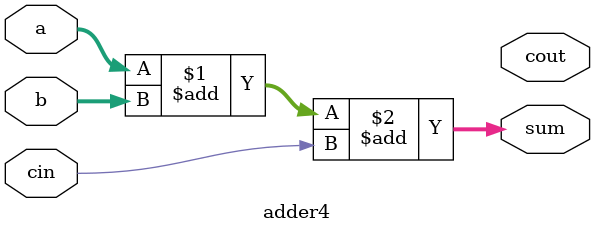
<source format=v>

module adder4 (a, b, cin, sum, cout);
    input [3:0] a;
    input [3:0] b;
    input cin;
    output [3:0] sum;
    output cout;
    assign sum = a + b + cin;
//    assign (cout, sum) = a + b + cin;
endmodule


</source>
